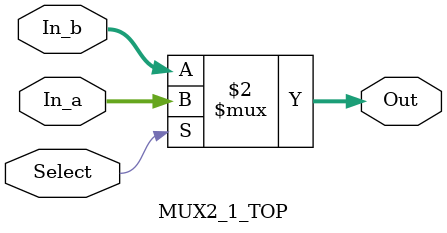
<source format=v>
`timescale 1ns / 1ps


module MUX2_1_TOP(In_a,Select, In_b, Out);
    input [63:0] In_a; 
     input [63:0] In_b; 
     output [63:0] Out; 
     input Select; 
 assign Out = (Select == 1'b1) ? In_a : In_b; 
 
endmodule

</source>
